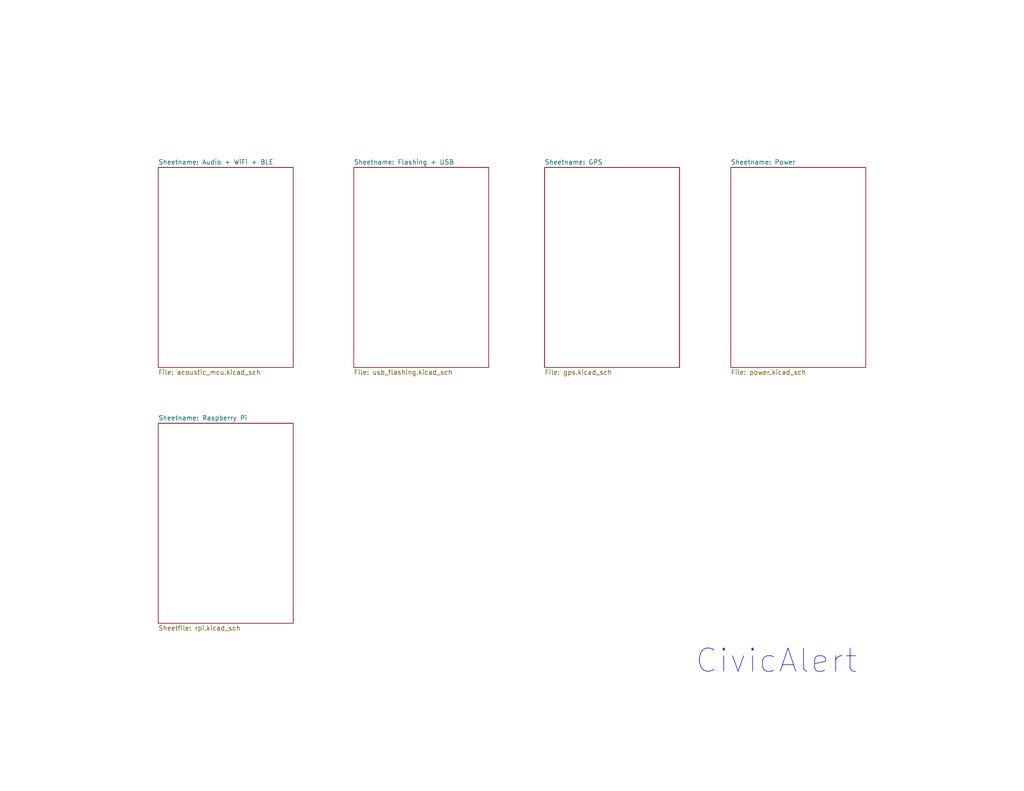
<source format=kicad_sch>
(kicad_sch
	(version 20231120)
	(generator "eeschema")
	(generator_version "8.0")
	(uuid "3dbd3de8-ad8a-405d-8846-2fd4fec89053")
	(paper "USLetter")
	(title_block
		(title "CivicAlert")
		(rev "A")
		(company "Vanderbilt University")
	)
	(lib_symbols)
	(text "CivicAlert"
		(exclude_from_sim no)
		(at 211.836 180.594 0)
		(effects
			(font
				(size 6.35 6.35)
			)
		)
		(uuid "c03b544c-b415-4ab8-af34-3f57c0685fca")
	)
	(sheet
		(at 43.18 45.72)
		(size 36.83 54.61)
		(fields_autoplaced yes)
		(stroke
			(width 0.1524)
			(type solid)
		)
		(fill
			(color 0 0 0 0.0000)
		)
		(uuid "282c20fb-eeea-48b9-9334-ff1dc15ac570")
		(property "Sheetname" "Audio + WiFi + BLE"
			(at 43.18 45.0084 0)
			(show_name yes)
			(effects
				(font
					(size 1.27 1.27)
				)
				(justify left bottom)
			)
		)
		(property "Sheetfile" "acoustic_mcu.kicad_sch"
			(at 43.18 100.9146 0)
			(effects
				(font
					(size 1.27 1.27)
				)
				(justify left top)
			)
		)
		(instances
			(project "CivicAlert"
				(path "/3dbd3de8-ad8a-405d-8846-2fd4fec89053"
					(page "5")
				)
			)
		)
	)
	(sheet
		(at 148.59 45.72)
		(size 36.83 54.61)
		(fields_autoplaced yes)
		(stroke
			(width 0.1524)
			(type solid)
		)
		(fill
			(color 0 0 0 0.0000)
		)
		(uuid "3e7fdbc8-b14e-470b-8e86-6d127cbb5760")
		(property "Sheetname" "GPS"
			(at 148.59 45.0084 0)
			(show_name yes)
			(effects
				(font
					(size 1.27 1.27)
				)
				(justify left bottom)
			)
		)
		(property "Sheetfile" "gps.kicad_sch"
			(at 148.59 100.9146 0)
			(effects
				(font
					(size 1.27 1.27)
				)
				(justify left top)
			)
		)
		(instances
			(project "CivicAlert"
				(path "/3dbd3de8-ad8a-405d-8846-2fd4fec89053"
					(page "4")
				)
			)
		)
	)
	(sheet
		(at 43.18 115.57)
		(size 36.83 54.61)
		(fields_autoplaced yes)
		(stroke
			(width 0.1524)
			(type solid)
		)
		(fill
			(color 0 0 0 0.0000)
		)
		(uuid "6e34966e-7af6-478b-ab27-6fe42694dcb3")
		(property "Sheetname" "Raspberry Pi"
			(at 43.18 114.8584 0)
			(show_name yes)
			(effects
				(font
					(size 1.27 1.27)
				)
				(justify left bottom)
			)
		)
		(property "Sheetfile" "rpi.kicad_sch"
			(at 43.18 170.7646 0)
			(show_name yes)
			(effects
				(font
					(size 1.27 1.27)
				)
				(justify left top)
			)
		)
		(instances
			(project "CivicAlert"
				(path "/3dbd3de8-ad8a-405d-8846-2fd4fec89053"
					(page "6")
				)
			)
		)
	)
	(sheet
		(at 199.39 45.72)
		(size 36.83 54.61)
		(fields_autoplaced yes)
		(stroke
			(width 0.1524)
			(type solid)
		)
		(fill
			(color 0 0 0 0.0000)
		)
		(uuid "efa39e3a-a35c-4011-80b6-ea9f4ffa9cdc")
		(property "Sheetname" "Power"
			(at 199.39 45.0084 0)
			(show_name yes)
			(effects
				(font
					(size 1.27 1.27)
				)
				(justify left bottom)
			)
		)
		(property "Sheetfile" "power.kicad_sch"
			(at 199.39 100.9146 0)
			(effects
				(font
					(size 1.27 1.27)
				)
				(justify left top)
			)
		)
		(instances
			(project "CivicAlert"
				(path "/3dbd3de8-ad8a-405d-8846-2fd4fec89053"
					(page "2")
				)
			)
		)
	)
	(sheet
		(at 96.52 45.72)
		(size 36.83 54.61)
		(fields_autoplaced yes)
		(stroke
			(width 0.1524)
			(type solid)
		)
		(fill
			(color 0 0 0 0.0000)
		)
		(uuid "f9c285a4-e3d7-4768-980c-918c1c5c8e1e")
		(property "Sheetname" "Flashing + USB"
			(at 96.52 45.0084 0)
			(show_name yes)
			(effects
				(font
					(size 1.27 1.27)
				)
				(justify left bottom)
			)
		)
		(property "Sheetfile" "usb_flashing.kicad_sch"
			(at 96.52 100.9146 0)
			(effects
				(font
					(size 1.27 1.27)
				)
				(justify left top)
			)
		)
		(instances
			(project "CivicAlert"
				(path "/3dbd3de8-ad8a-405d-8846-2fd4fec89053"
					(page "3")
				)
			)
		)
	)
	(sheet_instances
		(path "/"
			(page "1")
		)
	)
)

</source>
